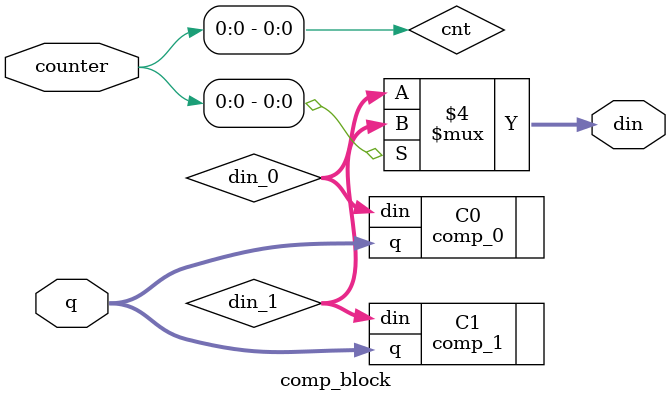
<source format=v>


module comp_block #
(
    parameter LOG_INPUT_NUM = 4,
    parameter DATA_WIDTH = 32,
    parameter SIGNED = 0,
    parameter ASCENDING = 1
)
(
    
    input [(2**(LOG_INPUT_NUM))*DATA_WIDTH-1:0] q,
    input [31:0] counter,
    output reg [(2**(LOG_INPUT_NUM))*DATA_WIDTH-1:0] din
);
wire cnt;
wire [(2**(LOG_INPUT_NUM))*DATA_WIDTH-1:0] din_0;
wire [(2**(LOG_INPUT_NUM))*DATA_WIDTH-1:0] din_1;
assign cnt=counter[0:0];
comp_0 #
(
    .LOG_INPUT_NUM(LOG_INPUT_NUM),
    .SIGNED(SIGNED),
    .DATA_WIDTH(DATA_WIDTH),
    .ASCENDING(ASCENDING)
)
C0
(
    .q(q),
    .din(din_0)   
);
comp_1 #
(
    .LOG_INPUT_NUM(LOG_INPUT_NUM),
    .SIGNED(SIGNED),
    .DATA_WIDTH(DATA_WIDTH),
    .ASCENDING(ASCENDING)
)
C1
(
    .q(q),
    .din(din_1)
);
always@(*)begin
    if(!cnt)begin
        din <= din_0;
    end
    else begin
        din <= din_1;
    end
end

/*always@(*)begin
    if(!cnt)begin
        comp_0 #
        (
            .LOG_INPUT_NUM(LOG_INPUT_NUM),
            .SIGNED(SIGNED),
            .DATA_WIDTH(DATA_WIDTH),
            .ASCENDING(ASCENDING)
        )
        C0
        (
        
            .q(q),
            .din(din)   
        );
    end
    else begin
        
    end
end
//if(!cnt)begin
    
//end
//else begin
    
//end

/*genvar i;
//if(!(counter&1))begin
for(i=0;i<2**(LOG_INPUT_NUM-1);i=i+1)begin	
    cae #
    (
        .LOG_INPUT_NUM(LOG_INPUT_NUM),
        .SIGNED(SIGNED),
        .DATA_WIDTH(DATA_WIDTH),
        .ASCENDING(ASCENDING)
    )
    M_i
    (
        .x_0(q[DATA_WIDTH*(2*i+1)-1:DATA_WIDTH*i*2]),
        .x_1(q[DATA_WIDTH*(2*i+2)-1:DATA_WIDTH*(2*i+1)]),
        .y_0(din[DATA_WIDTH*(2*i+1)-1:DATA_WIDTH*(2*i)]),
        .y_1(din[DATA_WIDTH*(2*i+2)-1:DATA_WIDTH*(2*i+1)])
    );
end
//end
/*else begin
    for(i=0;i<2**(LOG_INPUT_NUM-1)-1;i=i+1)begin	
        cae #
        (
            .DATA_WIDTH(DATA_WIDTH),
            .ASCENDING(ASCENDING)
        )
        M_i
        (
            .x1(q[(2*i+2)*DATA_WIDTH-1:(2*i+1)*DATA_WIDTH]),
            .x2(q[(2*i+3)*DATA_WIDTH-1:(2*i+2)*DATA_WIDTH]),
            .y1(din[(2*i+2)*DATA_WIDTH-1:(2*i+1)*DATA_WIDTH]),
            .y2(din[(2*i+3)*DATA_WIDTH-1:(2*i+2)*DATA_WIDTH])
        );
    end
end*/
endmodule
</source>
